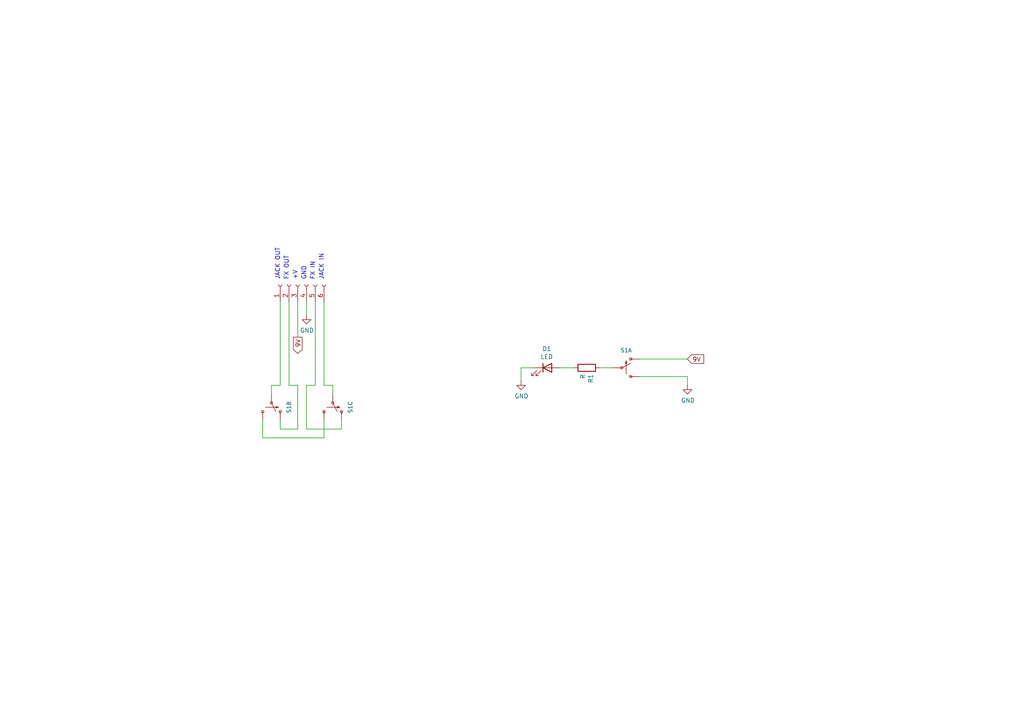
<source format=kicad_sch>
(kicad_sch (version 20211123) (generator eeschema)
  (paper "A4")
  (lib_symbols
    (symbol "3pdt-rescue:SWITCH-3PDT-PTH-STOMP-SparkFun-Switches" (pin_numbers hide) (pin_names (offset 1.016) hide)
      (property "Reference" "S" (at -5.08 3.81 0))
      (property "Value" "SWITCH-3PDT-PTH-STOMP-SparkFun-Switches" (at -5.08 -5.08 0))
      (property "Field4" "SWCH-13197" (at 0 7.62 0))
      (symbol "SWITCH-3PDT-PTH-STOMP-SparkFun-Switches_1_0"
        (polyline (pts (xy -2.54 0) (xy 0 1.27)))
        (polyline (pts (xy -1.27 -1.778) (xy -1.27 2.032)))
        (polyline (pts (xy 0 -2.54) (xy 0.635 -2.54)))
        (polyline (pts (xy 0 2.54) (xy 0.635 2.54)))
      )
      (symbol "SWITCH-3PDT-PTH-STOMP-SparkFun-Switches_1_1"
        (circle (center -2.54 0) (radius 0.3556))
        (circle (center 0 -2.54) (radius 0.3556))
        (polyline (pts (xy -1.27 2.032) (xy -1.524 1.27) (xy -1.016 1.27) (xy -1.27 2.032)) (fill (type background)))
        (circle (center 0 2.54) (radius 0.3556))
        (pin passive line (at 2.54 2.54 180) (length 2.54) (name "O") (number "P$1"))
        (pin passive line (at -5.08 0 0) (length 2.54) (name "P") (number "P$2"))
        (pin passive line (at 2.54 -2.54 180) (length 2.54) (name "S") (number "P$3"))
      )
      (symbol "SWITCH-3PDT-PTH-STOMP-SparkFun-Switches_2_0"
        (polyline (pts (xy -2.54 0) (xy 0 1.27)))
        (polyline (pts (xy -1.27 -1.778) (xy -1.27 2.032)))
        (polyline (pts (xy 0 -2.54) (xy 0.635 -2.54)))
        (polyline (pts (xy 0 2.54) (xy 0.635 2.54)))
      )
      (symbol "SWITCH-3PDT-PTH-STOMP-SparkFun-Switches_2_1"
        (circle (center -2.54 0) (radius 0.3556))
        (circle (center 0 -2.54) (radius 0.3556))
        (polyline (pts (xy -1.27 2.032) (xy -1.524 1.27) (xy -1.016 1.27) (xy -1.27 2.032)) (fill (type background)))
        (circle (center 0 2.54) (radius 0.3556))
        (pin passive line (at 2.54 2.54 180) (length 2.54) (name "O") (number "P$4"))
        (pin passive line (at -5.08 0 0) (length 2.54) (name "P") (number "P$5"))
        (pin passive line (at 2.54 -2.54 180) (length 2.54) (name "S") (number "P$6"))
      )
      (symbol "SWITCH-3PDT-PTH-STOMP-SparkFun-Switches_3_0"
        (polyline (pts (xy -2.54 0) (xy 0 1.27)))
        (polyline (pts (xy -1.27 -1.778) (xy -1.27 2.032)))
        (polyline (pts (xy 0 -2.54) (xy 0.635 -2.54)))
        (polyline (pts (xy 0 2.54) (xy 0.635 2.54)))
      )
      (symbol "SWITCH-3PDT-PTH-STOMP-SparkFun-Switches_3_1"
        (circle (center -2.54 0) (radius 0.3556))
        (circle (center 0 -2.54) (radius 0.3556))
        (polyline (pts (xy -1.27 2.032) (xy -1.524 1.27) (xy -1.016 1.27) (xy -1.27 2.032)) (fill (type background)))
        (circle (center 0 2.54) (radius 0.3556))
        (pin passive line (at 2.54 2.54 180) (length 2.54) (name "O") (number "P$7"))
        (pin passive line (at -5.08 0 0) (length 2.54) (name "P") (number "P$8"))
        (pin passive line (at 2.54 -2.54 180) (length 2.54) (name "S") (number "P$9"))
      )
    )
    (symbol "Connector:Conn_01x06_Female" (pin_names (offset 1.016) hide)
      (property "Reference" "J" (at 0 7.62 0))
      (property "Value" "Conn_01x06_Female" (at 0 -10.16 0))
      (symbol "Conn_01x06_Female_1_1"
        (arc (start 0 -7.112) (mid -0.508 -7.62) (end 0 -8.128) (stroke (width 0.1524)))
        (arc (start 0 -4.572) (mid -0.508 -5.08) (end 0 -5.588) (stroke (width 0.1524)))
        (arc (start 0 -2.032) (mid -0.508 -2.54) (end 0 -3.048) (stroke (width 0.1524)))
        (polyline (pts (xy -1.27 -7.62) (xy -0.508 -7.62)) (stroke (width 0.1524)))
        (polyline (pts (xy -1.27 -5.08) (xy -0.508 -5.08)) (stroke (width 0.1524)))
        (polyline (pts (xy -1.27 -2.54) (xy -0.508 -2.54)) (stroke (width 0.1524)))
        (polyline (pts (xy -1.27 0) (xy -0.508 0)) (stroke (width 0.1524)))
        (polyline (pts (xy -1.27 2.54) (xy -0.508 2.54)) (stroke (width 0.1524)))
        (polyline (pts (xy -1.27 5.08) (xy -0.508 5.08)) (stroke (width 0.1524)))
        (arc (start 0 0.508) (mid -0.508 0) (end 0 -0.508) (stroke (width 0.1524)))
        (arc (start 0 3.048) (mid -0.508 2.54) (end 0 2.032) (stroke (width 0.1524)))
        (arc (start 0 5.588) (mid -0.508 5.08) (end 0 4.572) (stroke (width 0.1524)))
        (pin passive line (at -5.08 5.08 0) (length 3.81) (name "Pin_1") (number "1"))
        (pin passive line (at -5.08 2.54 0) (length 3.81) (name "Pin_2") (number "2"))
        (pin passive line (at -5.08 0 0) (length 3.81) (name "Pin_3") (number "3"))
        (pin passive line (at -5.08 -2.54 0) (length 3.81) (name "Pin_4") (number "4"))
        (pin passive line (at -5.08 -5.08 0) (length 3.81) (name "Pin_5") (number "5"))
        (pin passive line (at -5.08 -7.62 0) (length 3.81) (name "Pin_6") (number "6"))
      )
    )
    (symbol "Device:LED" (pin_numbers hide) (pin_names (offset 1.016) hide)
      (property "Reference" "D" (at 0 2.54 0))
      (property "Value" "LED" (at 0 -2.54 0))
      (symbol "LED_0_1"
        (polyline (pts (xy -1.27 -1.27) (xy -1.27 1.27)) (stroke (width 0.254)))
        (polyline (pts (xy -1.27 0) (xy 1.27 0)))
        (polyline (pts (xy 1.27 -1.27) (xy 1.27 1.27) (xy -1.27 0) (xy 1.27 -1.27)) (stroke (width 0.254)))
        (polyline (pts (xy -3.048 -0.762) (xy -4.572 -2.286) (xy -3.81 -2.286) (xy -4.572 -2.286) (xy -4.572 -1.524)))
        (polyline (pts (xy -1.778 -0.762) (xy -3.302 -2.286) (xy -2.54 -2.286) (xy -3.302 -2.286) (xy -3.302 -1.524)))
      )
      (symbol "LED_1_1"
        (pin passive line (at -3.81 0 0) (length 2.54) (name "K") (number "1"))
        (pin passive line (at 3.81 0 180) (length 2.54) (name "A") (number "2"))
      )
    )
    (symbol "Device:R" (pin_numbers hide) (pin_names (offset 0))
      (property "Reference" "R" (at 2.032 0 90))
      (property "Value" "R" (at 0 0 90))
      (symbol "R_0_1"
        (rectangle (start -1.016 -2.54) (end 1.016 2.54) (stroke (width 0.254)))
      )
      (symbol "R_1_1"
        (pin passive line (at 0 3.81 270) (length 1.27) (name "~") (number "1"))
        (pin passive line (at 0 -3.81 90) (length 1.27) (name "~") (number "2"))
      )
    )
    (symbol "power:GND" (power) (pin_names (offset 0))
      (property "Value" "GND" (at 0 -3.81 0))
      (symbol "GND_0_1"
        (polyline (pts (xy 0 0) (xy 0 -1.27) (xy 1.27 -1.27) (xy 0 -2.54) (xy -1.27 -1.27) (xy 0 -1.27)))
      )
      (symbol "GND_1_1"
        (pin power_in line (at 0 0 270) (length 0) hide (name "GND") (number "1"))
      )
    )
  )
  (wire (pts (xy 93.98 87.63) (xy 93.98 111.76)))
  (wire (pts (xy 199.39 109.22) (xy 185.42 109.22)))
  (wire (pts (xy 154.94 106.68) (xy 151.13 106.68)))
  (wire (pts (xy 86.36 87.63) (xy 86.36 97.79)))
  (wire (pts (xy 173.99 106.68) (xy 177.8 106.68)))
  (wire (pts (xy 151.13 106.68) (xy 151.13 110.49)))
  (wire (pts (xy 76.2 121.92) (xy 76.2 127)))
  (wire (pts (xy 185.42 104.14) (xy 199.39 104.14)))
  (wire (pts (xy 93.98 121.92) (xy 93.98 127)))
  (wire (pts (xy 96.52 114.3) (xy 96.52 111.76)))
  (wire (pts (xy 81.28 111.76) (xy 81.28 87.63)))
  (wire (pts (xy 83.82 111.76) (xy 83.82 87.63)))
  (wire (pts (xy 162.56 106.68) (xy 166.37 106.68)))
  (wire (pts (xy 99.06 121.92) (xy 99.06 124.46)))
  (wire (pts (xy 81.28 121.92) (xy 81.28 124.46)))
  (wire (pts (xy 91.44 111.76) (xy 91.44 87.63)))
  (wire (pts (xy 88.9 111.76) (xy 91.44 111.76)))
  (wire (pts (xy 88.9 87.63) (xy 88.9 91.44)))
  (wire (pts (xy 81.28 124.46) (xy 86.36 124.46)))
  (wire (pts (xy 199.39 111.76) (xy 199.39 109.22)))
  (wire (pts (xy 78.74 111.76) (xy 81.28 111.76)))
  (wire (pts (xy 76.2 127) (xy 93.98 127)))
  (wire (pts (xy 86.36 124.46) (xy 86.36 111.76)))
  (wire (pts (xy 78.74 114.3) (xy 78.74 111.76)))
  (wire (pts (xy 88.9 124.46) (xy 88.9 111.76)))
  (wire (pts (xy 99.06 124.46) (xy 88.9 124.46)))
  (wire (pts (xy 86.36 111.76) (xy 83.82 111.76)))
  (wire (pts (xy 96.52 111.76) (xy 93.98 111.76)))
  (text "FX IN" (at 91.44 81.28 90) (effects (font (size 1.27 1.27)) (justify left bottom)))
  (text "+V" (at 86.36 81.28 90) (effects (font (size 1.27 1.27)) (justify left bottom)))
  (text "GND" (at 88.9 81.28 90) (effects (font (size 1.27 1.27)) (justify left bottom)))
  (text "JACK IN" (at 93.98 81.28 90) (effects (font (size 1.27 1.27)) (justify left bottom)))
  (text "FX OUT" (at 83.82 81.28 90) (effects (font (size 1.27 1.27)) (justify left bottom)))
  (text "JACK OUT" (at 81.28 81.28 90) (effects (font (size 1.27 1.27)) (justify left bottom)))
  (global_label "9V" (shape output) (at 86.36 97.79 270) (property "Intersheet References" "${INTERSHEET_REFS}" (effects hide)))
  (global_label "9V" (shape input) (at 199.39 104.14 0) (property "Intersheet References" "${INTERSHEET_REFS}" (effects hide)))
  (symbol (lib_id "3pdt-rescue:SWITCH-3PDT-PTH-STOMP-SparkFun-Switches") (at 182.88 106.68 0) (unit 1)
    (property "Reference" "S1" (at 181.61 101.6 0) (effects (font (size 1.143 1.143))))
    (property "Value" "SWITCH-3PDT-PTH-STOMP" (effects hide))
    (property "Footprint" "Switches:STOMP_SWITCH_3PDT" (effects hide))
    (property "Field4" "SWCH-13197" (effects hide))
  )
  (symbol (lib_id "3pdt-rescue:SWITCH-3PDT-PTH-STOMP-SparkFun-Switches") (at 78.74 119.38 270) (unit 2)
    (property "Reference" "S1" (at 83.82 118.11 0) (effects (font (size 1.143 1.143))))
    (property "Value" "SWITCH-3PDT-PTH-STOMP" (effects hide))
    (property "Footprint" "Switches:STOMP_SWITCH_3PDT" (effects hide))
    (property "Field4" "SWCH-13197" (effects hide))
  )
  (symbol (lib_id "3pdt-rescue:SWITCH-3PDT-PTH-STOMP-SparkFun-Switches") (at 96.52 119.38 270) (unit 3)
    (property "Reference" "S1" (at 101.6 118.11 0) (effects (font (size 1.143 1.143))))
    (property "Value" "SWITCH-3PDT-PTH-STOMP" (effects hide))
    (property "Footprint" "Switches:STOMP_SWITCH_3PDT" (effects hide))
    (property "Field4" "SWCH-13197" (effects hide))
  )
  (symbol (lib_id "Connector:Conn_01x06_Female") (at 86.36 82.55 90) (unit 1)
    (property "Reference" "J1" (effects hide))
    (property "Value" "Conn_01x06_Female" (effects hide))
    (property "Footprint" "Connectors:1X06" (effects hide))
  )
  (symbol (lib_id "Device:LED") (at 158.75 106.68 0) (unit 1)
    (property "Reference" "D1" (at 158.5722 101.1682 0))
    (property "Value" "LED" (at 158.5722 103.4796 0))
    (property "Footprint" "LED_THT:LED_D5.0mm" (effects hide))
  )
  (symbol (lib_id "Device:R") (at 170.18 106.68 270) (unit 1)
    (property "Reference" "R1" (at 171.3484 108.458 0) (effects (justify left)))
    (property "Value" "R" (at 169.037 108.458 0) (effects (justify left)))
    (property "Footprint" "Resistor_THT:R_Axial_DIN0207_L6.3mm_D2.5mm_P10.16mm_Horizontal" (effects hide))
  )
  (symbol (lib_id "power:GND") (at 199.39 111.76 0) (unit 1)
    (property "Reference" "#PWR03" (effects hide))
    (property "Value" "GND" (at 199.517 116.1542 0))
  )
  (symbol (lib_id "power:GND") (at 88.9 91.44 0) (unit 1)
    (property "Reference" "#PWR01" (effects hide))
    (property "Value" "GND" (at 89.027 95.8342 0))
  )
  (symbol (lib_id "power:GND") (at 151.13 110.49 0) (unit 1)
    (property "Reference" "#PWR02" (effects hide))
    (property "Value" "GND" (at 151.257 114.8842 0))
  )
)
</source>
